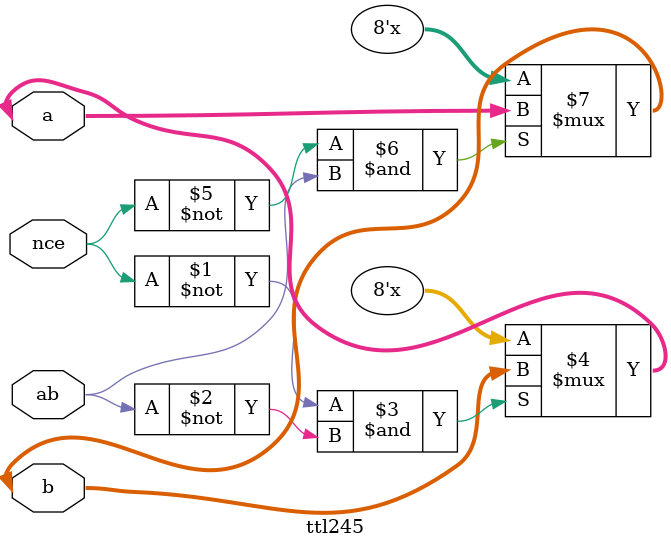
<source format=v>

module ttl245(
  input wire ab,
  input wire nce,
  inout [7:0] a,
  inout [7:0] b
);

  assign a = (~nce & ~ab) ? b : 8'bz;
  assign b = (~nce & ab)  ? a : 8'bz;

endmodule

</source>
